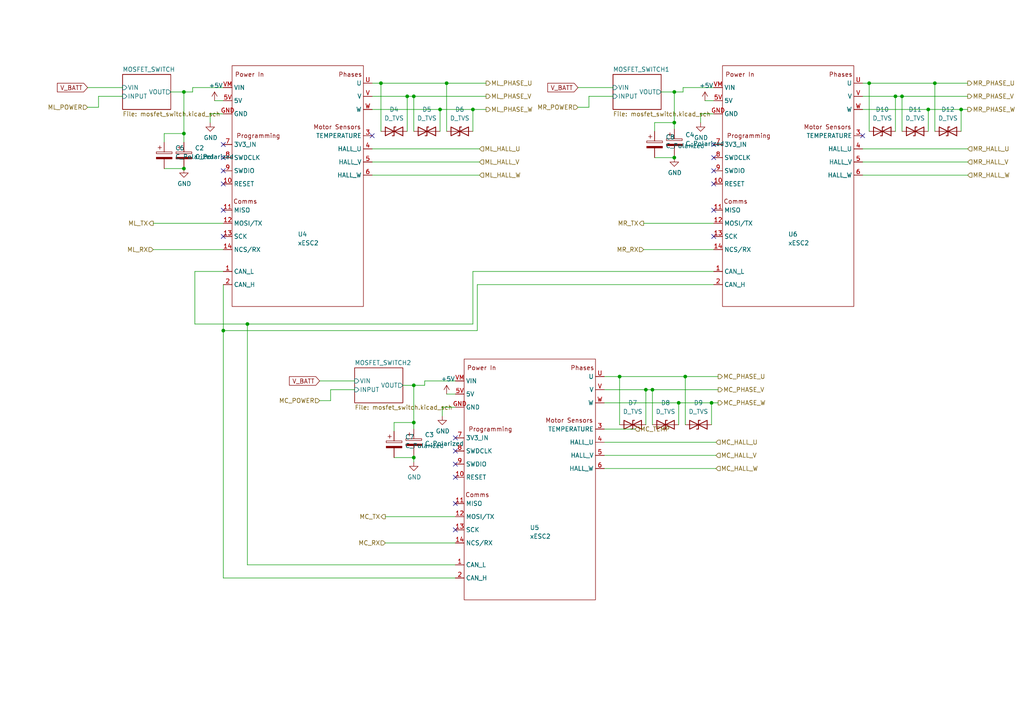
<source format=kicad_sch>
(kicad_sch (version 20211123) (generator eeschema)

  (uuid 7458300a-31ea-4521-9f29-071900a301c4)

  (paper "A4")

  (lib_symbols
    (symbol "Device:C_Polarized" (pin_numbers hide) (pin_names (offset 0.254)) (in_bom yes) (on_board yes)
      (property "Reference" "C" (id 0) (at 0.635 2.54 0)
        (effects (font (size 1.27 1.27)) (justify left))
      )
      (property "Value" "C_Polarized" (id 1) (at 0.635 -2.54 0)
        (effects (font (size 1.27 1.27)) (justify left))
      )
      (property "Footprint" "" (id 2) (at 0.9652 -3.81 0)
        (effects (font (size 1.27 1.27)) hide)
      )
      (property "Datasheet" "~" (id 3) (at 0 0 0)
        (effects (font (size 1.27 1.27)) hide)
      )
      (property "ki_keywords" "cap capacitor" (id 4) (at 0 0 0)
        (effects (font (size 1.27 1.27)) hide)
      )
      (property "ki_description" "Polarized capacitor" (id 5) (at 0 0 0)
        (effects (font (size 1.27 1.27)) hide)
      )
      (property "ki_fp_filters" "CP_*" (id 6) (at 0 0 0)
        (effects (font (size 1.27 1.27)) hide)
      )
      (symbol "C_Polarized_0_1"
        (rectangle (start -2.286 0.508) (end 2.286 1.016)
          (stroke (width 0) (type default) (color 0 0 0 0))
          (fill (type none))
        )
        (polyline
          (pts
            (xy -1.778 2.286)
            (xy -0.762 2.286)
          )
          (stroke (width 0) (type default) (color 0 0 0 0))
          (fill (type none))
        )
        (polyline
          (pts
            (xy -1.27 2.794)
            (xy -1.27 1.778)
          )
          (stroke (width 0) (type default) (color 0 0 0 0))
          (fill (type none))
        )
        (rectangle (start 2.286 -0.508) (end -2.286 -1.016)
          (stroke (width 0) (type default) (color 0 0 0 0))
          (fill (type outline))
        )
      )
      (symbol "C_Polarized_1_1"
        (pin passive line (at 0 3.81 270) (length 2.794)
          (name "~" (effects (font (size 1.27 1.27))))
          (number "1" (effects (font (size 1.27 1.27))))
        )
        (pin passive line (at 0 -3.81 90) (length 2.794)
          (name "~" (effects (font (size 1.27 1.27))))
          (number "2" (effects (font (size 1.27 1.27))))
        )
      )
    )
    (symbol "Device:D_TVS" (pin_numbers hide) (pin_names (offset 1.016) hide) (in_bom yes) (on_board yes)
      (property "Reference" "D" (id 0) (at 0 2.54 0)
        (effects (font (size 1.27 1.27)))
      )
      (property "Value" "D_TVS" (id 1) (at 0 -2.54 0)
        (effects (font (size 1.27 1.27)))
      )
      (property "Footprint" "" (id 2) (at 0 0 0)
        (effects (font (size 1.27 1.27)) hide)
      )
      (property "Datasheet" "~" (id 3) (at 0 0 0)
        (effects (font (size 1.27 1.27)) hide)
      )
      (property "ki_keywords" "diode TVS thyrector" (id 4) (at 0 0 0)
        (effects (font (size 1.27 1.27)) hide)
      )
      (property "ki_description" "Bidirectional transient-voltage-suppression diode" (id 5) (at 0 0 0)
        (effects (font (size 1.27 1.27)) hide)
      )
      (property "ki_fp_filters" "TO-???* *_Diode_* *SingleDiode* D_*" (id 6) (at 0 0 0)
        (effects (font (size 1.27 1.27)) hide)
      )
      (symbol "D_TVS_0_1"
        (polyline
          (pts
            (xy 1.27 0)
            (xy -1.27 0)
          )
          (stroke (width 0) (type default) (color 0 0 0 0))
          (fill (type none))
        )
        (polyline
          (pts
            (xy 0.508 1.27)
            (xy 0 1.27)
            (xy 0 -1.27)
            (xy -0.508 -1.27)
          )
          (stroke (width 0.254) (type default) (color 0 0 0 0))
          (fill (type none))
        )
        (polyline
          (pts
            (xy -2.54 1.27)
            (xy -2.54 -1.27)
            (xy 2.54 1.27)
            (xy 2.54 -1.27)
            (xy -2.54 1.27)
          )
          (stroke (width 0.254) (type default) (color 0 0 0 0))
          (fill (type none))
        )
      )
      (symbol "D_TVS_1_1"
        (pin passive line (at -3.81 0 0) (length 2.54)
          (name "A1" (effects (font (size 1.27 1.27))))
          (number "1" (effects (font (size 1.27 1.27))))
        )
        (pin passive line (at 3.81 0 180) (length 2.54)
          (name "A2" (effects (font (size 1.27 1.27))))
          (number "2" (effects (font (size 1.27 1.27))))
        )
      )
    )
    (symbol "power:+5V" (power) (pin_names (offset 0)) (in_bom yes) (on_board yes)
      (property "Reference" "#PWR" (id 0) (at 0 -3.81 0)
        (effects (font (size 1.27 1.27)) hide)
      )
      (property "Value" "+5V" (id 1) (at 0 3.556 0)
        (effects (font (size 1.27 1.27)))
      )
      (property "Footprint" "" (id 2) (at 0 0 0)
        (effects (font (size 1.27 1.27)) hide)
      )
      (property "Datasheet" "" (id 3) (at 0 0 0)
        (effects (font (size 1.27 1.27)) hide)
      )
      (property "ki_keywords" "power-flag" (id 4) (at 0 0 0)
        (effects (font (size 1.27 1.27)) hide)
      )
      (property "ki_description" "Power symbol creates a global label with name \"+5V\"" (id 5) (at 0 0 0)
        (effects (font (size 1.27 1.27)) hide)
      )
      (symbol "+5V_0_1"
        (polyline
          (pts
            (xy -0.762 1.27)
            (xy 0 2.54)
          )
          (stroke (width 0) (type default) (color 0 0 0 0))
          (fill (type none))
        )
        (polyline
          (pts
            (xy 0 0)
            (xy 0 2.54)
          )
          (stroke (width 0) (type default) (color 0 0 0 0))
          (fill (type none))
        )
        (polyline
          (pts
            (xy 0 2.54)
            (xy 0.762 1.27)
          )
          (stroke (width 0) (type default) (color 0 0 0 0))
          (fill (type none))
        )
      )
      (symbol "+5V_1_1"
        (pin power_in line (at 0 0 90) (length 0) hide
          (name "+5V" (effects (font (size 1.27 1.27))))
          (number "1" (effects (font (size 1.27 1.27))))
        )
      )
    )
    (symbol "power:GND" (power) (pin_names (offset 0)) (in_bom yes) (on_board yes)
      (property "Reference" "#PWR" (id 0) (at 0 -6.35 0)
        (effects (font (size 1.27 1.27)) hide)
      )
      (property "Value" "GND" (id 1) (at 0 -3.81 0)
        (effects (font (size 1.27 1.27)))
      )
      (property "Footprint" "" (id 2) (at 0 0 0)
        (effects (font (size 1.27 1.27)) hide)
      )
      (property "Datasheet" "" (id 3) (at 0 0 0)
        (effects (font (size 1.27 1.27)) hide)
      )
      (property "ki_keywords" "power-flag" (id 4) (at 0 0 0)
        (effects (font (size 1.27 1.27)) hide)
      )
      (property "ki_description" "Power symbol creates a global label with name \"GND\" , ground" (id 5) (at 0 0 0)
        (effects (font (size 1.27 1.27)) hide)
      )
      (symbol "GND_0_1"
        (polyline
          (pts
            (xy 0 0)
            (xy 0 -1.27)
            (xy 1.27 -1.27)
            (xy 0 -2.54)
            (xy -1.27 -1.27)
            (xy 0 -1.27)
          )
          (stroke (width 0) (type default) (color 0 0 0 0))
          (fill (type none))
        )
      )
      (symbol "GND_1_1"
        (pin power_in line (at 0 0 270) (length 0) hide
          (name "GND" (effects (font (size 1.27 1.27))))
          (number "1" (effects (font (size 1.27 1.27))))
        )
      )
    )
    (symbol "xESC2:xESC2" (in_bom yes) (on_board yes)
      (property "Reference" "U" (id 0) (at -2.54 -22.86 0)
        (effects (font (size 1.27 1.27)))
      )
      (property "Value" "xESC2" (id 1) (at -2.54 -25.4 0)
        (effects (font (size 1.27 1.27)))
      )
      (property "Footprint" "" (id 2) (at 0 0 0)
        (effects (font (size 1.27 1.27)) hide)
      )
      (property "Datasheet" "" (id 3) (at 0 0 0)
        (effects (font (size 1.27 1.27)) hide)
      )
      (symbol "xESC2_0_0"
        (text "Comms" (at -17.78 10.16 0)
          (effects (font (size 1.27 1.27)))
        )
        (text "Motor Sensors" (at 8.89 31.75 0)
          (effects (font (size 1.27 1.27)))
        )
        (text "Phases" (at 12.7 46.99 0)
          (effects (font (size 1.27 1.27)))
        )
        (text "Power In" (at -16.51 46.99 0)
          (effects (font (size 1.27 1.27)))
        )
        (text "Programming" (at -13.97 29.21 0)
          (effects (font (size 1.27 1.27)))
        )
      )
      (symbol "xESC2_0_1"
        (rectangle (start -21.59 49.53) (end 16.51 -20.32)
          (stroke (width 0) (type default) (color 0 0 0 0))
          (fill (type none))
        )
      )
      (symbol "xESC2_1_1"
        (pin input line (at -24.13 -10.16 0) (length 2.54)
          (name "CAN_L" (effects (font (size 1.27 1.27))))
          (number "1" (effects (font (size 1.27 1.27))))
        )
        (pin input line (at -24.13 15.24 0) (length 2.54)
          (name "RESET" (effects (font (size 1.27 1.27))))
          (number "10" (effects (font (size 1.27 1.27))))
        )
        (pin input line (at -24.13 7.62 0) (length 2.54)
          (name "MISO" (effects (font (size 1.27 1.27))))
          (number "11" (effects (font (size 1.27 1.27))))
        )
        (pin input line (at -24.13 3.81 0) (length 2.54)
          (name "MOSI/TX" (effects (font (size 1.27 1.27))))
          (number "12" (effects (font (size 1.27 1.27))))
        )
        (pin input line (at -24.13 0 0) (length 2.54)
          (name "SCK" (effects (font (size 1.27 1.27))))
          (number "13" (effects (font (size 1.27 1.27))))
        )
        (pin input line (at -24.13 -3.81 0) (length 2.54)
          (name "NCS/RX" (effects (font (size 1.27 1.27))))
          (number "14" (effects (font (size 1.27 1.27))))
        )
        (pin input line (at -24.13 -13.97 0) (length 2.54)
          (name "CAN_H" (effects (font (size 1.27 1.27))))
          (number "2" (effects (font (size 1.27 1.27))))
        )
        (pin input line (at 19.05 29.21 180) (length 2.54)
          (name "TEMPERATURE" (effects (font (size 1.27 1.27))))
          (number "3" (effects (font (size 1.27 1.27))))
        )
        (pin input line (at 19.05 25.4 180) (length 2.54)
          (name "HALL_U" (effects (font (size 1.27 1.27))))
          (number "4" (effects (font (size 1.27 1.27))))
        )
        (pin input line (at 19.05 21.59 180) (length 2.54)
          (name "HALL_V" (effects (font (size 1.27 1.27))))
          (number "5" (effects (font (size 1.27 1.27))))
        )
        (pin input line (at -24.13 39.37 0) (length 2.54)
          (name "5V" (effects (font (size 1.27 1.27))))
          (number "5V" (effects (font (size 1.27 1.27))))
        )
        (pin input line (at 19.05 17.78 180) (length 2.54)
          (name "HALL_W" (effects (font (size 1.27 1.27))))
          (number "6" (effects (font (size 1.27 1.27))))
        )
        (pin input line (at -24.13 26.67 0) (length 2.54)
          (name "3V3_IN" (effects (font (size 1.27 1.27))))
          (number "7" (effects (font (size 1.27 1.27))))
        )
        (pin input line (at -24.13 22.86 0) (length 2.54)
          (name "SWDCLK" (effects (font (size 1.27 1.27))))
          (number "8" (effects (font (size 1.27 1.27))))
        )
        (pin input line (at -24.13 19.05 0) (length 2.54)
          (name "SWDIO" (effects (font (size 1.27 1.27))))
          (number "9" (effects (font (size 1.27 1.27))))
        )
        (pin input line (at -24.13 35.56 0) (length 2.54)
          (name "GND" (effects (font (size 1.27 1.27))))
          (number "GND" (effects (font (size 1.27 1.27))))
        )
        (pin output line (at 19.05 44.45 180) (length 2.54)
          (name "U" (effects (font (size 1.27 1.27))))
          (number "U" (effects (font (size 1.27 1.27))))
        )
        (pin output line (at 19.05 40.64 180) (length 2.54)
          (name "V" (effects (font (size 1.27 1.27))))
          (number "V" (effects (font (size 1.27 1.27))))
        )
        (pin input line (at -24.13 43.18 0) (length 2.54)
          (name "VIN" (effects (font (size 1.27 1.27))))
          (number "VM" (effects (font (size 1.27 1.27))))
        )
        (pin output line (at 19.05 36.83 180) (length 2.54)
          (name "W" (effects (font (size 1.27 1.27))))
          (number "W" (effects (font (size 1.27 1.27))))
        )
      )
    )
  )

  (junction (at 252.095 24.13) (diameter 0) (color 0 0 0 0)
    (uuid 02b80a6c-9ace-4a3b-9a52-2ec4a2a28789)
  )
  (junction (at 259.715 27.94) (diameter 0) (color 0 0 0 0)
    (uuid 04cdd3c2-f5f3-4db6-89fd-0dc92cdd3275)
  )
  (junction (at 120.015 132.715) (diameter 0) (color 0 0 0 0)
    (uuid 26269e1c-3682-42d9-8b00-aab0e466c9f2)
  )
  (junction (at 129.54 24.13) (diameter 0) (color 0 0 0 0)
    (uuid 2db22596-7756-409b-877c-a2ae72fcb010)
  )
  (junction (at 179.705 109.22) (diameter 0) (color 0 0 0 0)
    (uuid 523a6fcd-67d5-4196-a7df-5c9593267607)
  )
  (junction (at 118.11 27.94) (diameter 0) (color 0 0 0 0)
    (uuid 5727536a-8c6a-4bb0-af83-c22206ca8d67)
  )
  (junction (at 278.765 31.75) (diameter 0) (color 0 0 0 0)
    (uuid 64d357e3-07bf-4408-84d2-ba1cf9a13877)
  )
  (junction (at 53.34 26.67) (diameter 0) (color 0 0 0 0)
    (uuid 7c23b417-aac9-49aa-ae7a-3b812d3daa86)
  )
  (junction (at 127.635 31.75) (diameter 0) (color 0 0 0 0)
    (uuid 8391c159-3c0f-41d2-b069-b583500f9bae)
  )
  (junction (at 195.58 45.72) (diameter 0) (color 0 0 0 0)
    (uuid 8c2c129a-1150-49f7-b462-e632ece95475)
  )
  (junction (at 110.49 24.13) (diameter 0) (color 0 0 0 0)
    (uuid 8e27167b-bfd1-4762-bf73-25e300f92208)
  )
  (junction (at 196.85 116.84) (diameter 0) (color 0 0 0 0)
    (uuid 930957bc-3f23-4859-9f08-004629849aab)
  )
  (junction (at 195.58 26.67) (diameter 0) (color 0 0 0 0)
    (uuid 9969880e-6c96-41d6-b8f3-bf62714a1ae0)
  )
  (junction (at 53.34 38.735) (diameter 0) (color 0 0 0 0)
    (uuid ad560172-d763-4b41-8f68-d720e7a6cd23)
  )
  (junction (at 271.145 24.13) (diameter 0) (color 0 0 0 0)
    (uuid ae6de280-5a91-4648-9145-4fd1200fb03f)
  )
  (junction (at 120.015 27.94) (diameter 0) (color 0 0 0 0)
    (uuid ba05f146-ce56-491f-b141-b40dae51b132)
  )
  (junction (at 120.015 111.76) (diameter 0) (color 0 0 0 0)
    (uuid bc5fa7af-c7c1-4882-9143-9d5d272de9d8)
  )
  (junction (at 195.58 35.56) (diameter 0) (color 0 0 0 0)
    (uuid c065051a-ac57-4639-8b38-472bc260f9bd)
  )
  (junction (at 189.23 113.03) (diameter 0) (color 0 0 0 0)
    (uuid c4e7fb45-a5d1-42be-9ab1-fd2c01e16ac6)
  )
  (junction (at 261.62 27.94) (diameter 0) (color 0 0 0 0)
    (uuid c6e482b1-a163-4ee2-95c0-fbfd4b189022)
  )
  (junction (at 120.015 122.555) (diameter 0) (color 0 0 0 0)
    (uuid c7167e1c-7d43-4f73-8d8e-2d56272c3633)
  )
  (junction (at 137.16 31.75) (diameter 0) (color 0 0 0 0)
    (uuid cfd9f318-341d-4688-a5f7-9f02b76cbe65)
  )
  (junction (at 64.77 95.885) (diameter 0) (color 0 0 0 0)
    (uuid d28bb1ed-8989-4309-b126-76abb3d6ff5f)
  )
  (junction (at 198.755 109.22) (diameter 0) (color 0 0 0 0)
    (uuid dab57940-3bd9-42b9-bb1a-a163857d7fcb)
  )
  (junction (at 187.325 113.03) (diameter 0) (color 0 0 0 0)
    (uuid de223164-21a9-414a-a430-3526afac1df9)
  )
  (junction (at 71.755 93.98) (diameter 0) (color 0 0 0 0)
    (uuid e2057599-aef2-4eba-a315-06279909c473)
  )
  (junction (at 53.34 48.895) (diameter 0) (color 0 0 0 0)
    (uuid e4911b2c-0487-40d2-8b6f-ee43447e918e)
  )
  (junction (at 269.24 31.75) (diameter 0) (color 0 0 0 0)
    (uuid efaa19f5-44cb-4641-9765-d558654b106a)
  )
  (junction (at 206.375 116.84) (diameter 0) (color 0 0 0 0)
    (uuid f8d9fecd-1b32-42cf-a649-0dc94e33a915)
  )

  (no_connect (at 64.77 60.96) (uuid 30f3a57c-4868-4749-90b4-66052466a8de))
  (no_connect (at 64.77 68.58) (uuid 30f3a57c-4868-4749-90b4-66052466a8df))
  (no_connect (at 64.77 41.91) (uuid 30f3a57c-4868-4749-90b4-66052466a8e0))
  (no_connect (at 64.77 45.72) (uuid 30f3a57c-4868-4749-90b4-66052466a8e1))
  (no_connect (at 64.77 49.53) (uuid 30f3a57c-4868-4749-90b4-66052466a8e2))
  (no_connect (at 64.77 53.34) (uuid 30f3a57c-4868-4749-90b4-66052466a8e3))
  (no_connect (at 207.01 68.58) (uuid 30f3a57c-4868-4749-90b4-66052466a8e4))
  (no_connect (at 250.19 39.37) (uuid 30f3a57c-4868-4749-90b4-66052466a8e5))
  (no_connect (at 207.01 41.91) (uuid 30f3a57c-4868-4749-90b4-66052466a8e6))
  (no_connect (at 207.01 60.96) (uuid 30f3a57c-4868-4749-90b4-66052466a8e7))
  (no_connect (at 207.01 49.53) (uuid 30f3a57c-4868-4749-90b4-66052466a8e8))
  (no_connect (at 207.01 53.34) (uuid 30f3a57c-4868-4749-90b4-66052466a8e9))
  (no_connect (at 207.01 45.72) (uuid 30f3a57c-4868-4749-90b4-66052466a8ea))
  (no_connect (at 132.08 138.43) (uuid 30f3a57c-4868-4749-90b4-66052466a8eb))
  (no_connect (at 132.08 127) (uuid 30f3a57c-4868-4749-90b4-66052466a8ec))
  (no_connect (at 132.08 130.81) (uuid 30f3a57c-4868-4749-90b4-66052466a8ed))
  (no_connect (at 132.08 134.62) (uuid 30f3a57c-4868-4749-90b4-66052466a8ee))
  (no_connect (at 107.95 39.37) (uuid 30f3a57c-4868-4749-90b4-66052466a8ef))
  (no_connect (at 132.08 153.67) (uuid 9594e116-3240-4944-bfce-bfc9a9caada1))
  (no_connect (at 132.08 146.05) (uuid 9594e116-3240-4944-bfce-bfc9a9caada2))

  (wire (pts (xy 179.705 109.22) (xy 179.705 123.19))
    (stroke (width 0) (type default) (color 0 0 0 0))
    (uuid 00aba787-14f7-4d39-8092-593cf73aa065)
  )
  (wire (pts (xy 28.575 27.94) (xy 35.56 27.94))
    (stroke (width 0) (type default) (color 0 0 0 0))
    (uuid 023e137a-811d-48d3-9df5-2a0ef6950162)
  )
  (wire (pts (xy 259.715 27.94) (xy 261.62 27.94))
    (stroke (width 0) (type default) (color 0 0 0 0))
    (uuid 04e6071e-3d6b-4d15-8848-09db1191461a)
  )
  (wire (pts (xy 120.015 132.715) (xy 120.015 132.08))
    (stroke (width 0) (type default) (color 0 0 0 0))
    (uuid 064ce5fe-478d-4380-ba2f-fbe32a1caa5e)
  )
  (wire (pts (xy 252.095 24.13) (xy 252.095 38.1))
    (stroke (width 0) (type default) (color 0 0 0 0))
    (uuid 0d28d575-5bc0-4e67-9927-5f218489411b)
  )
  (wire (pts (xy 56.515 78.74) (xy 64.77 78.74))
    (stroke (width 0) (type default) (color 0 0 0 0))
    (uuid 0e103471-3252-4470-9b72-655538d64398)
  )
  (wire (pts (xy 120.015 27.94) (xy 120.015 38.1))
    (stroke (width 0) (type default) (color 0 0 0 0))
    (uuid 107f5d24-9927-407d-9dd4-5d3b6909af9f)
  )
  (wire (pts (xy 55.88 26.67) (xy 53.34 26.67))
    (stroke (width 0) (type default) (color 0 0 0 0))
    (uuid 12ee4246-4cee-4509-b70b-37daa9a22aef)
  )
  (wire (pts (xy 92.71 110.49) (xy 102.87 110.49))
    (stroke (width 0) (type default) (color 0 0 0 0))
    (uuid 149cdd55-4b1d-4d3e-96f5-2a05c25a19bc)
  )
  (wire (pts (xy 138.43 82.55) (xy 207.01 82.55))
    (stroke (width 0) (type default) (color 0 0 0 0))
    (uuid 16fc13ae-4860-4eb8-9c2c-5fa3599ec2ac)
  )
  (wire (pts (xy 250.19 46.99) (xy 280.67 46.99))
    (stroke (width 0) (type default) (color 0 0 0 0))
    (uuid 17c3dfde-42a4-4526-8f18-6060955d9e36)
  )
  (wire (pts (xy 64.77 82.55) (xy 64.77 95.885))
    (stroke (width 0) (type default) (color 0 0 0 0))
    (uuid 19e7b3cb-7a5d-4d63-bad2-5b8578cb1968)
  )
  (wire (pts (xy 179.705 109.22) (xy 198.755 109.22))
    (stroke (width 0) (type default) (color 0 0 0 0))
    (uuid 1b1a7bab-6824-461f-bf26-c15ec8ca1ed5)
  )
  (wire (pts (xy 28.575 27.94) (xy 28.575 31.115))
    (stroke (width 0) (type default) (color 0 0 0 0))
    (uuid 1bd55f90-640f-4eae-932d-2aab3b1297e7)
  )
  (wire (pts (xy 44.45 72.39) (xy 64.77 72.39))
    (stroke (width 0) (type default) (color 0 0 0 0))
    (uuid 1c1da8c0-ea87-45fc-81a9-109631913072)
  )
  (wire (pts (xy 167.64 31.115) (xy 170.815 31.115))
    (stroke (width 0) (type default) (color 0 0 0 0))
    (uuid 1daba546-52bd-4d54-9a49-3e4f61a55e9a)
  )
  (wire (pts (xy 250.19 24.13) (xy 252.095 24.13))
    (stroke (width 0) (type default) (color 0 0 0 0))
    (uuid 20ebdf2a-205f-4771-a010-456daf3b2357)
  )
  (wire (pts (xy 47.625 48.895) (xy 53.34 48.895))
    (stroke (width 0) (type default) (color 0 0 0 0))
    (uuid 211dae04-1efb-4a53-bd4b-e32cff605a88)
  )
  (wire (pts (xy 175.26 135.89) (xy 207.645 135.89))
    (stroke (width 0) (type default) (color 0 0 0 0))
    (uuid 237b79f4-387f-4524-bbf3-5ce7464112f5)
  )
  (wire (pts (xy 187.325 113.03) (xy 189.23 113.03))
    (stroke (width 0) (type default) (color 0 0 0 0))
    (uuid 28723dfa-9b3e-4fed-aa5c-4f14d131bbd2)
  )
  (wire (pts (xy 271.145 24.13) (xy 280.67 24.13))
    (stroke (width 0) (type default) (color 0 0 0 0))
    (uuid 294004d8-599d-4788-9453-029b01dffd4c)
  )
  (wire (pts (xy 53.34 38.735) (xy 53.34 41.275))
    (stroke (width 0) (type default) (color 0 0 0 0))
    (uuid 2db5a480-cc2a-42ad-854a-680821c0a149)
  )
  (wire (pts (xy 128.27 118.11) (xy 128.27 120.65))
    (stroke (width 0) (type default) (color 0 0 0 0))
    (uuid 2f49e673-4bb8-4391-bf8d-cb1431184251)
  )
  (wire (pts (xy 123.19 110.49) (xy 123.19 111.76))
    (stroke (width 0) (type default) (color 0 0 0 0))
    (uuid 31b52d5f-3a04-449d-8377-8a6febaff46a)
  )
  (wire (pts (xy 53.34 26.67) (xy 49.53 26.67))
    (stroke (width 0) (type default) (color 0 0 0 0))
    (uuid 3528e6e9-c36f-4353-b840-c6b8c0deb63a)
  )
  (wire (pts (xy 111.76 149.86) (xy 132.08 149.86))
    (stroke (width 0) (type default) (color 0 0 0 0))
    (uuid 380f524d-cf16-4248-8fc7-e2b14b8ba403)
  )
  (wire (pts (xy 278.765 31.75) (xy 280.67 31.75))
    (stroke (width 0) (type default) (color 0 0 0 0))
    (uuid 3a1c76dc-9187-4d7f-ba57-cf3340b12568)
  )
  (wire (pts (xy 278.765 31.75) (xy 278.765 38.1))
    (stroke (width 0) (type default) (color 0 0 0 0))
    (uuid 40a00081-9b97-45ee-87ca-97539b0aa956)
  )
  (wire (pts (xy 196.85 123.19) (xy 196.85 116.84))
    (stroke (width 0) (type default) (color 0 0 0 0))
    (uuid 41b96f51-e560-44d8-a816-2aa3d02a112e)
  )
  (wire (pts (xy 120.015 133.985) (xy 120.015 132.715))
    (stroke (width 0) (type default) (color 0 0 0 0))
    (uuid 41edd0eb-df5d-4a02-b576-f34dd2a8c165)
  )
  (wire (pts (xy 120.015 27.94) (xy 140.97 27.94))
    (stroke (width 0) (type default) (color 0 0 0 0))
    (uuid 42dcf4c2-601f-4248-9d68-3b40103215d8)
  )
  (wire (pts (xy 95.885 113.03) (xy 95.885 116.205))
    (stroke (width 0) (type default) (color 0 0 0 0))
    (uuid 439b5ddf-0d0d-4195-9a67-bea09184a82e)
  )
  (wire (pts (xy 189.865 35.56) (xy 195.58 35.56))
    (stroke (width 0) (type default) (color 0 0 0 0))
    (uuid 43a4eb10-f4c0-4e60-9dca-f225815bfa96)
  )
  (wire (pts (xy 198.755 109.22) (xy 208.28 109.22))
    (stroke (width 0) (type default) (color 0 0 0 0))
    (uuid 43fa29a5-b94d-4621-8609-4686dce6b5ed)
  )
  (wire (pts (xy 92.71 116.205) (xy 95.885 116.205))
    (stroke (width 0) (type default) (color 0 0 0 0))
    (uuid 44f55d35-cca0-48a0-9ffb-9ffb05430933)
  )
  (wire (pts (xy 195.58 26.67) (xy 191.77 26.67))
    (stroke (width 0) (type default) (color 0 0 0 0))
    (uuid 463cbce8-53bd-484c-bf9b-95c41cd0ac52)
  )
  (wire (pts (xy 132.08 118.11) (xy 128.27 118.11))
    (stroke (width 0) (type default) (color 0 0 0 0))
    (uuid 48f4f280-7a21-4944-a7eb-510d865ecba1)
  )
  (wire (pts (xy 186.69 72.39) (xy 207.01 72.39))
    (stroke (width 0) (type default) (color 0 0 0 0))
    (uuid 4ac33dd7-e4d8-4601-bd4a-6d932ab9942e)
  )
  (wire (pts (xy 71.755 93.98) (xy 56.515 93.98))
    (stroke (width 0) (type default) (color 0 0 0 0))
    (uuid 4b4b8f31-2f8b-4ef8-895a-49e4ab98f864)
  )
  (wire (pts (xy 195.58 26.67) (xy 195.58 35.56))
    (stroke (width 0) (type default) (color 0 0 0 0))
    (uuid 4cacc0bb-d2ae-4f02-8958-dd23651382a5)
  )
  (wire (pts (xy 167.64 25.4) (xy 177.8 25.4))
    (stroke (width 0) (type default) (color 0 0 0 0))
    (uuid 4cb50245-16fc-4156-9a94-8214e215fc75)
  )
  (wire (pts (xy 137.16 31.75) (xy 137.16 38.1))
    (stroke (width 0) (type default) (color 0 0 0 0))
    (uuid 4f2e19fa-f1f2-4689-bf89-bcb67cd63113)
  )
  (wire (pts (xy 129.54 24.13) (xy 140.97 24.13))
    (stroke (width 0) (type default) (color 0 0 0 0))
    (uuid 4ffc0e0c-9347-4d35-9453-dabe6b98a910)
  )
  (wire (pts (xy 175.26 109.22) (xy 179.705 109.22))
    (stroke (width 0) (type default) (color 0 0 0 0))
    (uuid 54823105-3199-4a65-a215-c6a944b47ca7)
  )
  (wire (pts (xy 271.145 24.13) (xy 271.145 38.1))
    (stroke (width 0) (type default) (color 0 0 0 0))
    (uuid 585c8016-217e-45ba-9801-54bb83bf9a94)
  )
  (wire (pts (xy 207.01 78.74) (xy 137.16 78.74))
    (stroke (width 0) (type default) (color 0 0 0 0))
    (uuid 5e6ed5b2-d40d-4627-9cff-599744d4d00b)
  )
  (wire (pts (xy 269.24 31.75) (xy 278.765 31.75))
    (stroke (width 0) (type default) (color 0 0 0 0))
    (uuid 5f862758-151d-49e9-afc9-77e21c12ab2f)
  )
  (wire (pts (xy 261.62 27.94) (xy 280.67 27.94))
    (stroke (width 0) (type default) (color 0 0 0 0))
    (uuid 5f8f5ce1-ca1f-4990-90a5-d8df5fcea750)
  )
  (wire (pts (xy 195.58 45.72) (xy 195.58 45.085))
    (stroke (width 0) (type default) (color 0 0 0 0))
    (uuid 60177015-6b3e-4a40-a9d6-5c97973c38b8)
  )
  (wire (pts (xy 250.19 27.94) (xy 259.715 27.94))
    (stroke (width 0) (type default) (color 0 0 0 0))
    (uuid 6167fb2c-add5-43ed-8a79-a14e5a841ed8)
  )
  (wire (pts (xy 207.01 33.02) (xy 203.2 33.02))
    (stroke (width 0) (type default) (color 0 0 0 0))
    (uuid 6292dc17-8e09-4a40-8867-2efdef3d5932)
  )
  (wire (pts (xy 120.015 111.76) (xy 120.015 122.555))
    (stroke (width 0) (type default) (color 0 0 0 0))
    (uuid 69d39e17-9809-4c4d-81e6-9402aca0cb57)
  )
  (wire (pts (xy 207.01 25.4) (xy 198.12 25.4))
    (stroke (width 0) (type default) (color 0 0 0 0))
    (uuid 71a5da87-6a03-433f-9ba3-1218eb0656cb)
  )
  (wire (pts (xy 110.49 24.13) (xy 129.54 24.13))
    (stroke (width 0) (type default) (color 0 0 0 0))
    (uuid 721bf5ed-d208-4c96-9ac4-79f167b8d3d5)
  )
  (wire (pts (xy 175.26 113.03) (xy 187.325 113.03))
    (stroke (width 0) (type default) (color 0 0 0 0))
    (uuid 72d1ce97-9deb-423a-a672-d9fd4dd942bf)
  )
  (wire (pts (xy 198.12 26.67) (xy 195.58 26.67))
    (stroke (width 0) (type default) (color 0 0 0 0))
    (uuid 74d81b5e-e83f-42a7-910e-412d736e6093)
  )
  (wire (pts (xy 138.43 95.885) (xy 138.43 82.55))
    (stroke (width 0) (type default) (color 0 0 0 0))
    (uuid 75fac10f-5c89-4b81-a12e-ca7658173831)
  )
  (wire (pts (xy 44.45 64.77) (xy 64.77 64.77))
    (stroke (width 0) (type default) (color 0 0 0 0))
    (uuid 7778771b-2575-49bd-9f2e-39bcdb205f89)
  )
  (wire (pts (xy 204.47 29.21) (xy 207.01 29.21))
    (stroke (width 0) (type default) (color 0 0 0 0))
    (uuid 7c811cac-31bb-440f-a367-8b0ae8a3c210)
  )
  (wire (pts (xy 132.08 110.49) (xy 123.19 110.49))
    (stroke (width 0) (type default) (color 0 0 0 0))
    (uuid 7d8bc789-1cde-48b6-9bb4-21ec78493462)
  )
  (wire (pts (xy 25.4 25.4) (xy 35.56 25.4))
    (stroke (width 0) (type default) (color 0 0 0 0))
    (uuid 7fe1dcff-43e0-44fb-a85b-6837f196fa8b)
  )
  (wire (pts (xy 64.77 95.885) (xy 138.43 95.885))
    (stroke (width 0) (type default) (color 0 0 0 0))
    (uuid 7fee7299-a39c-4073-a6e3-abf979ee29d0)
  )
  (wire (pts (xy 25.4 31.115) (xy 28.575 31.115))
    (stroke (width 0) (type default) (color 0 0 0 0))
    (uuid 81d4a9bd-a27f-4eec-8e89-88c48fc9e684)
  )
  (wire (pts (xy 120.015 122.555) (xy 120.015 124.46))
    (stroke (width 0) (type default) (color 0 0 0 0))
    (uuid 8285f481-f9cb-4a8e-85d2-d6e77a25ea96)
  )
  (wire (pts (xy 60.96 33.02) (xy 60.96 35.56))
    (stroke (width 0) (type default) (color 0 0 0 0))
    (uuid 8545d05c-ab81-487f-8b4e-5bc5bb70a098)
  )
  (wire (pts (xy 189.23 113.03) (xy 208.28 113.03))
    (stroke (width 0) (type default) (color 0 0 0 0))
    (uuid 864db87f-a03f-40b6-9e91-1e2365ff832d)
  )
  (wire (pts (xy 189.865 38.1) (xy 189.865 35.56))
    (stroke (width 0) (type default) (color 0 0 0 0))
    (uuid 883ede45-310d-48fc-bac6-84992e22a60e)
  )
  (wire (pts (xy 55.88 25.4) (xy 55.88 26.67))
    (stroke (width 0) (type default) (color 0 0 0 0))
    (uuid 8fdf38b6-ed6b-42cd-bd6b-afcc2cda6c09)
  )
  (wire (pts (xy 198.12 25.4) (xy 198.12 26.67))
    (stroke (width 0) (type default) (color 0 0 0 0))
    (uuid 91472c50-0cd4-438b-8dba-4195405d3d44)
  )
  (wire (pts (xy 269.24 38.1) (xy 269.24 31.75))
    (stroke (width 0) (type default) (color 0 0 0 0))
    (uuid 947143d0-b9da-4137-8256-a8be5602bde2)
  )
  (wire (pts (xy 132.08 163.83) (xy 71.755 163.83))
    (stroke (width 0) (type default) (color 0 0 0 0))
    (uuid 96ac3804-198b-42f1-9cb9-53df45642cd3)
  )
  (wire (pts (xy 62.23 29.21) (xy 64.77 29.21))
    (stroke (width 0) (type default) (color 0 0 0 0))
    (uuid 98fd9370-734e-45ee-9129-2048159d5195)
  )
  (wire (pts (xy 195.58 35.56) (xy 195.58 37.465))
    (stroke (width 0) (type default) (color 0 0 0 0))
    (uuid 99cfafc2-0703-48ef-be26-a76c3344ab6d)
  )
  (wire (pts (xy 118.11 27.94) (xy 118.11 38.1))
    (stroke (width 0) (type default) (color 0 0 0 0))
    (uuid 9abf9322-3607-4937-820e-d95acb318ec8)
  )
  (wire (pts (xy 170.815 27.94) (xy 177.8 27.94))
    (stroke (width 0) (type default) (color 0 0 0 0))
    (uuid 9b8b3122-c2aa-43f2-aca6-3d7ecb5708f4)
  )
  (wire (pts (xy 261.62 27.94) (xy 261.62 38.1))
    (stroke (width 0) (type default) (color 0 0 0 0))
    (uuid 9bc672e5-fbd5-4a90-ac91-ec5ecf0a1e60)
  )
  (wire (pts (xy 64.77 167.64) (xy 132.08 167.64))
    (stroke (width 0) (type default) (color 0 0 0 0))
    (uuid 9cbf0102-7a41-4a6e-8b18-adfa4d3318ab)
  )
  (wire (pts (xy 71.755 163.83) (xy 71.755 93.98))
    (stroke (width 0) (type default) (color 0 0 0 0))
    (uuid 9d2bbadf-b927-4a40-990c-4f7519a59f3a)
  )
  (wire (pts (xy 129.54 24.13) (xy 129.54 38.1))
    (stroke (width 0) (type default) (color 0 0 0 0))
    (uuid a0abdc1c-f88f-4af7-a239-16f0d58c819c)
  )
  (wire (pts (xy 114.3 125.095) (xy 114.3 122.555))
    (stroke (width 0) (type default) (color 0 0 0 0))
    (uuid a16d5848-143c-424d-88a0-fa5c1fcbcb0d)
  )
  (wire (pts (xy 107.95 46.99) (xy 139.065 46.99))
    (stroke (width 0) (type default) (color 0 0 0 0))
    (uuid a364b802-282b-47b7-8aab-53cb77b96dfa)
  )
  (wire (pts (xy 120.015 111.76) (xy 116.84 111.76))
    (stroke (width 0) (type default) (color 0 0 0 0))
    (uuid a543f021-d2e0-4d59-9b17-aa0fb9728a93)
  )
  (wire (pts (xy 137.16 78.74) (xy 137.16 93.98))
    (stroke (width 0) (type default) (color 0 0 0 0))
    (uuid a87b2ea1-fac4-4a43-afc5-ff40b1202ffa)
  )
  (wire (pts (xy 127.635 38.1) (xy 127.635 31.75))
    (stroke (width 0) (type default) (color 0 0 0 0))
    (uuid aae82d49-0652-4599-af63-31784f6ed0a1)
  )
  (wire (pts (xy 114.3 122.555) (xy 120.015 122.555))
    (stroke (width 0) (type default) (color 0 0 0 0))
    (uuid ac40aa7c-5429-4fbe-8716-25b1e49de3ac)
  )
  (wire (pts (xy 175.26 116.84) (xy 196.85 116.84))
    (stroke (width 0) (type default) (color 0 0 0 0))
    (uuid ad4df06f-fc3e-45e9-98d4-7a75452aab20)
  )
  (wire (pts (xy 64.77 25.4) (xy 55.88 25.4))
    (stroke (width 0) (type default) (color 0 0 0 0))
    (uuid afa1503c-30bb-444c-918d-0e0893a5229d)
  )
  (wire (pts (xy 186.69 64.77) (xy 207.01 64.77))
    (stroke (width 0) (type default) (color 0 0 0 0))
    (uuid b19bdaaf-1ca0-477c-b005-b1d3ccf7cb6a)
  )
  (wire (pts (xy 175.26 132.08) (xy 207.645 132.08))
    (stroke (width 0) (type default) (color 0 0 0 0))
    (uuid b22045b5-674b-474f-a5d3-c81e466126bb)
  )
  (wire (pts (xy 250.19 43.18) (xy 280.67 43.18))
    (stroke (width 0) (type default) (color 0 0 0 0))
    (uuid b2339a89-1103-452c-9c7c-18e729d6fb3c)
  )
  (wire (pts (xy 107.95 50.8) (xy 139.065 50.8))
    (stroke (width 0) (type default) (color 0 0 0 0))
    (uuid b536e96e-333a-4039-bd86-3704f00fbc11)
  )
  (wire (pts (xy 187.325 113.03) (xy 187.325 123.19))
    (stroke (width 0) (type default) (color 0 0 0 0))
    (uuid b7120687-7fad-4644-ab12-8462f188f241)
  )
  (wire (pts (xy 53.34 26.67) (xy 53.34 38.735))
    (stroke (width 0) (type default) (color 0 0 0 0))
    (uuid b8fb93ea-2db8-480f-be66-147bc115ae05)
  )
  (wire (pts (xy 47.625 38.735) (xy 53.34 38.735))
    (stroke (width 0) (type default) (color 0 0 0 0))
    (uuid bc96fbe6-9212-4a44-9581-e4adee04590d)
  )
  (wire (pts (xy 189.865 45.72) (xy 195.58 45.72))
    (stroke (width 0) (type default) (color 0 0 0 0))
    (uuid bf920375-6802-4a8e-aa2c-573c8cd0d066)
  )
  (wire (pts (xy 111.76 157.48) (xy 132.08 157.48))
    (stroke (width 0) (type default) (color 0 0 0 0))
    (uuid c47e524c-a701-411a-a18f-af9184b98467)
  )
  (wire (pts (xy 250.19 31.75) (xy 269.24 31.75))
    (stroke (width 0) (type default) (color 0 0 0 0))
    (uuid c4b2ad8c-3849-47ac-860b-ea1bd8437a4e)
  )
  (wire (pts (xy 252.095 24.13) (xy 271.145 24.13))
    (stroke (width 0) (type default) (color 0 0 0 0))
    (uuid c86faff5-acf2-4ea3-bade-edb430bd7b9f)
  )
  (wire (pts (xy 206.375 116.84) (xy 206.375 123.19))
    (stroke (width 0) (type default) (color 0 0 0 0))
    (uuid c919c225-7880-4e32-ac69-d537c269db4f)
  )
  (wire (pts (xy 107.95 24.13) (xy 110.49 24.13))
    (stroke (width 0) (type default) (color 0 0 0 0))
    (uuid ca5c1bd9-0245-415a-8764-b77d712230f6)
  )
  (wire (pts (xy 206.375 116.84) (xy 208.28 116.84))
    (stroke (width 0) (type default) (color 0 0 0 0))
    (uuid cf4f77eb-c994-4b87-81d6-144a483189cc)
  )
  (wire (pts (xy 259.715 27.94) (xy 259.715 38.1))
    (stroke (width 0) (type default) (color 0 0 0 0))
    (uuid d2468d57-d43f-4e6d-8441-67b6bc660c99)
  )
  (wire (pts (xy 123.19 111.76) (xy 120.015 111.76))
    (stroke (width 0) (type default) (color 0 0 0 0))
    (uuid d2af0c42-18f3-4aff-83f6-2459c3f8a7a2)
  )
  (wire (pts (xy 170.815 27.94) (xy 170.815 31.115))
    (stroke (width 0) (type default) (color 0 0 0 0))
    (uuid d7bab771-4677-4500-9c78-217f9834d735)
  )
  (wire (pts (xy 127.635 31.75) (xy 137.16 31.75))
    (stroke (width 0) (type default) (color 0 0 0 0))
    (uuid d9428ba8-61ed-446b-8b4b-fa1c8f46fc2e)
  )
  (wire (pts (xy 198.755 109.22) (xy 198.755 123.19))
    (stroke (width 0) (type default) (color 0 0 0 0))
    (uuid dace78b4-a0c3-4c38-b70d-a506e3c6e2a7)
  )
  (wire (pts (xy 203.2 33.02) (xy 203.2 35.56))
    (stroke (width 0) (type default) (color 0 0 0 0))
    (uuid de2768d9-42d3-41be-8cf1-58c85c37584f)
  )
  (wire (pts (xy 129.54 114.3) (xy 132.08 114.3))
    (stroke (width 0) (type default) (color 0 0 0 0))
    (uuid e187d070-7c2f-4206-9463-34df8a50a38d)
  )
  (wire (pts (xy 110.49 24.13) (xy 110.49 38.1))
    (stroke (width 0) (type default) (color 0 0 0 0))
    (uuid e4f8ceba-07e6-456d-b52b-40b0e368da64)
  )
  (wire (pts (xy 137.16 31.75) (xy 140.97 31.75))
    (stroke (width 0) (type default) (color 0 0 0 0))
    (uuid e5732a90-7446-4a2b-afb4-0f17831210f3)
  )
  (wire (pts (xy 95.885 113.03) (xy 102.87 113.03))
    (stroke (width 0) (type default) (color 0 0 0 0))
    (uuid e80d9394-ddf4-4b71-b496-fa01098d24fa)
  )
  (wire (pts (xy 175.26 128.27) (xy 207.645 128.27))
    (stroke (width 0) (type default) (color 0 0 0 0))
    (uuid eb6e9d42-4b2f-49ac-bb63-16cc1aec89a8)
  )
  (wire (pts (xy 107.95 31.75) (xy 127.635 31.75))
    (stroke (width 0) (type default) (color 0 0 0 0))
    (uuid ec70fddf-0c30-42a6-a706-4e33c547af27)
  )
  (wire (pts (xy 118.11 27.94) (xy 120.015 27.94))
    (stroke (width 0) (type default) (color 0 0 0 0))
    (uuid ed6a7995-c5b4-46cf-b3b3-ce6f24c5c605)
  )
  (wire (pts (xy 107.95 43.18) (xy 139.065 43.18))
    (stroke (width 0) (type default) (color 0 0 0 0))
    (uuid eeaea036-b221-42d1-b577-3506681a2bf4)
  )
  (wire (pts (xy 47.625 41.275) (xy 47.625 38.735))
    (stroke (width 0) (type default) (color 0 0 0 0))
    (uuid ef36603c-29f9-4240-bfe7-298f05a015ad)
  )
  (wire (pts (xy 189.23 113.03) (xy 189.23 123.19))
    (stroke (width 0) (type default) (color 0 0 0 0))
    (uuid f3f23ec4-64f2-4208-87c2-262219cae425)
  )
  (wire (pts (xy 137.16 93.98) (xy 71.755 93.98))
    (stroke (width 0) (type default) (color 0 0 0 0))
    (uuid f4b29589-9eb2-449c-8c86-4b2ec7a4a9b4)
  )
  (wire (pts (xy 175.26 124.46) (xy 184.15 124.46))
    (stroke (width 0) (type default) (color 0 0 0 0))
    (uuid f963a888-1d4c-46ff-bb02-851e77a3c952)
  )
  (wire (pts (xy 64.77 33.02) (xy 60.96 33.02))
    (stroke (width 0) (type default) (color 0 0 0 0))
    (uuid f97f4590-f42d-4cf0-bd28-17fb8b78d831)
  )
  (wire (pts (xy 250.19 50.8) (xy 280.67 50.8))
    (stroke (width 0) (type default) (color 0 0 0 0))
    (uuid fa7bec55-4cf4-4121-bad0-264db3eb709b)
  )
  (wire (pts (xy 196.85 116.84) (xy 206.375 116.84))
    (stroke (width 0) (type default) (color 0 0 0 0))
    (uuid fad7b237-6291-40b9-923b-726d2d08fb8c)
  )
  (wire (pts (xy 56.515 93.98) (xy 56.515 78.74))
    (stroke (width 0) (type default) (color 0 0 0 0))
    (uuid fb2e3c0d-f10d-400f-a400-811b841fef72)
  )
  (wire (pts (xy 114.3 132.715) (xy 120.015 132.715))
    (stroke (width 0) (type default) (color 0 0 0 0))
    (uuid fcafa10f-be0f-4b4e-9e22-e62eee8ff9de)
  )
  (wire (pts (xy 64.77 95.885) (xy 64.77 167.64))
    (stroke (width 0) (type default) (color 0 0 0 0))
    (uuid fce289a0-6aae-41cc-9081-51c9aa444ce1)
  )
  (wire (pts (xy 107.95 27.94) (xy 118.11 27.94))
    (stroke (width 0) (type default) (color 0 0 0 0))
    (uuid fe9e303b-d6cc-4001-aef1-7c8b52ff5988)
  )

  (global_label "V_BATT" (shape input) (at 25.4 25.4 180) (fields_autoplaced)
    (effects (font (size 1.27 1.27)) (justify right))
    (uuid 1a93d926-eb63-448c-90c3-22467eabcb77)
    (property "Intersheet References" "${INTERSHEET_REFS}" (id 0) (at 16.7258 25.4794 0)
      (effects (font (size 1.27 1.27)) (justify right) hide)
    )
  )
  (global_label "V_BATT" (shape input) (at 167.64 25.4 180) (fields_autoplaced)
    (effects (font (size 1.27 1.27)) (justify right))
    (uuid 3a8275e9-15e2-4925-a96f-2109be457100)
    (property "Intersheet References" "${INTERSHEET_REFS}" (id 0) (at 158.9658 25.4794 0)
      (effects (font (size 1.27 1.27)) (justify right) hide)
    )
  )
  (global_label "V_BATT" (shape input) (at 92.71 110.49 180) (fields_autoplaced)
    (effects (font (size 1.27 1.27)) (justify right))
    (uuid 470c22fe-6f91-4916-9377-224bccd82858)
    (property "Intersheet References" "${INTERSHEET_REFS}" (id 0) (at 84.0358 110.5694 0)
      (effects (font (size 1.27 1.27)) (justify right) hide)
    )
  )

  (hierarchical_label "MC_HALL_W" (shape input) (at 207.645 135.89 0)
    (effects (font (size 1.27 1.27)) (justify left))
    (uuid 11334943-10af-492a-b388-ddc0227b625b)
  )
  (hierarchical_label "MC_PHASE_U" (shape output) (at 208.28 109.22 0)
    (effects (font (size 1.27 1.27)) (justify left))
    (uuid 1589bb3c-33ca-48b3-8be4-dc56e98436ae)
  )
  (hierarchical_label "MR_HALL_U" (shape input) (at 280.67 43.18 0)
    (effects (font (size 1.27 1.27)) (justify left))
    (uuid 1adecd7f-21f1-4e2f-ad60-c08d254ac797)
  )
  (hierarchical_label "MC_HALL_U" (shape input) (at 207.645 128.27 0)
    (effects (font (size 1.27 1.27)) (justify left))
    (uuid 258e9d74-dd91-4de1-bbba-155966ad4062)
  )
  (hierarchical_label "ML_PHASE_V" (shape output) (at 140.97 27.94 0)
    (effects (font (size 1.27 1.27)) (justify left))
    (uuid 26ce9df9-8890-4599-9065-e6de8c759f94)
  )
  (hierarchical_label "ML_POWER" (shape input) (at 25.4 31.115 180)
    (effects (font (size 1.27 1.27)) (justify right))
    (uuid 27234da7-3800-42ff-9388-7677bb018e8a)
  )
  (hierarchical_label "MC_HALL_V" (shape input) (at 207.645 132.08 0)
    (effects (font (size 1.27 1.27)) (justify left))
    (uuid 29d002ab-d874-447b-9f1f-5bb46700c201)
  )
  (hierarchical_label "ML_PHASE_U" (shape output) (at 140.97 24.13 0)
    (effects (font (size 1.27 1.27)) (justify left))
    (uuid 32d6b6e4-8417-4e4e-bef6-c7f251c9721b)
  )
  (hierarchical_label "ML_HALL_W" (shape input) (at 139.065 50.8 0)
    (effects (font (size 1.27 1.27)) (justify left))
    (uuid 3385d8b0-db06-4488-9f0f-744d33f80055)
  )
  (hierarchical_label "ML_PHASE_W" (shape output) (at 140.97 31.75 0)
    (effects (font (size 1.27 1.27)) (justify left))
    (uuid 34061d23-5e30-4b23-805c-099bd1535045)
  )
  (hierarchical_label "MC_TX" (shape output) (at 111.76 149.86 180)
    (effects (font (size 1.27 1.27)) (justify right))
    (uuid 3a77ea18-2d5f-4cf2-8f2d-38383a7832b3)
  )
  (hierarchical_label "MC_TEMP" (shape input) (at 184.15 124.46 0)
    (effects (font (size 1.27 1.27)) (justify left))
    (uuid 3f24d0f0-0cce-4b8d-a216-4325ceecf38a)
  )
  (hierarchical_label "MR_TX" (shape output) (at 186.69 64.77 180)
    (effects (font (size 1.27 1.27)) (justify right))
    (uuid 5476c776-bdce-4af5-bb16-518bfc0b960c)
  )
  (hierarchical_label "ML_HALL_V" (shape input) (at 139.065 46.99 0)
    (effects (font (size 1.27 1.27)) (justify left))
    (uuid 54ba7444-07ee-463d-9505-d166c0e85cca)
  )
  (hierarchical_label "MR_POWER" (shape input) (at 167.64 31.115 180)
    (effects (font (size 1.27 1.27)) (justify right))
    (uuid 55e4bc56-c156-483b-84f8-9332fe03433e)
  )
  (hierarchical_label "MR_PHASE_V" (shape output) (at 280.67 27.94 0)
    (effects (font (size 1.27 1.27)) (justify left))
    (uuid 571b44a6-e8bf-498f-b6cb-e9b61f4a176c)
  )
  (hierarchical_label "ML_TX" (shape output) (at 44.45 64.77 180)
    (effects (font (size 1.27 1.27)) (justify right))
    (uuid 6216a03b-339f-4230-95db-f03d10f09c27)
  )
  (hierarchical_label "MC_POWER" (shape input) (at 92.71 116.205 180)
    (effects (font (size 1.27 1.27)) (justify right))
    (uuid 665eaec9-43b8-4512-846c-f4bed0a5c888)
  )
  (hierarchical_label "ML_HALL_U" (shape input) (at 139.065 43.18 0)
    (effects (font (size 1.27 1.27)) (justify left))
    (uuid 7184729f-faff-4d0e-9174-6ab39e9aafd9)
  )
  (hierarchical_label "MC_PHASE_W" (shape output) (at 208.28 116.84 0)
    (effects (font (size 1.27 1.27)) (justify left))
    (uuid 7834ef35-d998-4afc-80af-da73ce560168)
  )
  (hierarchical_label "ML_RX" (shape input) (at 44.45 72.39 180)
    (effects (font (size 1.27 1.27)) (justify right))
    (uuid 8593a5d9-2a1c-4735-8181-ddcbdddd2593)
  )
  (hierarchical_label "MC_PHASE_V" (shape output) (at 208.28 113.03 0)
    (effects (font (size 1.27 1.27)) (justify left))
    (uuid 8dd724aa-4558-4b4c-bf2b-e2e8dbcc55d9)
  )
  (hierarchical_label "MR_RX" (shape input) (at 186.69 72.39 180)
    (effects (font (size 1.27 1.27)) (justify right))
    (uuid 92ace147-4cbb-49c5-bfbf-e785ae303fd5)
  )
  (hierarchical_label "MR_HALL_V" (shape input) (at 280.67 46.99 0)
    (effects (font (size 1.27 1.27)) (justify left))
    (uuid 936d767c-c7e1-44e0-83fd-601a0b7ed99b)
  )
  (hierarchical_label "MR_PHASE_W" (shape output) (at 280.67 31.75 0)
    (effects (font (size 1.27 1.27)) (justify left))
    (uuid ad315a89-d6be-476b-82ba-841ce3f82fd3)
  )
  (hierarchical_label "MR_PHASE_U" (shape output) (at 280.67 24.13 0)
    (effects (font (size 1.27 1.27)) (justify left))
    (uuid ceba0e06-fc88-4bcd-a8a4-90bbf4575a37)
  )
  (hierarchical_label "MC_RX" (shape input) (at 111.76 157.48 180)
    (effects (font (size 1.27 1.27)) (justify right))
    (uuid e2cdd652-bc0d-47a7-9d36-67a6e16dce01)
  )
  (hierarchical_label "MR_HALL_W" (shape input) (at 280.67 50.8 0)
    (effects (font (size 1.27 1.27)) (justify left))
    (uuid f7a2ba18-d33f-4343-accd-7e5f97326072)
  )

  (symbol (lib_id "Device:D_TVS") (at 265.43 38.1 180) (unit 1)
    (in_bom yes) (on_board yes) (fields_autoplaced)
    (uuid 20b8b1d3-3d67-4311-99ca-ce5363c0cad0)
    (property "Reference" "D11" (id 0) (at 265.43 31.75 0))
    (property "Value" "D_TVS" (id 1) (at 265.43 34.29 0))
    (property "Footprint" "Diode_SMD:D_SMB" (id 2) (at 265.43 38.1 0)
      (effects (font (size 1.27 1.27)) hide)
    )
    (property "Datasheet" "~" (id 3) (at 265.43 38.1 0)
      (effects (font (size 1.27 1.27)) hide)
    )
    (pin "1" (uuid a4a2146a-e8cd-4ce6-9d81-0a5a4cdb527b))
    (pin "2" (uuid e4682823-385a-4172-a75b-11d643207193))
  )

  (symbol (lib_id "Device:D_TVS") (at 255.905 38.1 180) (unit 1)
    (in_bom yes) (on_board yes) (fields_autoplaced)
    (uuid 2bebeb4d-3b78-44b1-9d84-649cd389bb68)
    (property "Reference" "D10" (id 0) (at 255.905 31.75 0))
    (property "Value" "D_TVS" (id 1) (at 255.905 34.29 0))
    (property "Footprint" "Diode_SMD:D_SMB" (id 2) (at 255.905 38.1 0)
      (effects (font (size 1.27 1.27)) hide)
    )
    (property "Datasheet" "~" (id 3) (at 255.905 38.1 0)
      (effects (font (size 1.27 1.27)) hide)
    )
    (pin "1" (uuid 43c5cae4-12c2-455f-bffb-b1125b221476))
    (pin "2" (uuid 62c4205e-d238-417e-a91b-1a2342208f4f))
  )

  (symbol (lib_id "power:+5V") (at 129.54 114.3 0) (unit 1)
    (in_bom yes) (on_board yes)
    (uuid 30c80530-ccfb-43d7-81d0-9f3c2ae64546)
    (property "Reference" "#PWR0132" (id 0) (at 129.54 118.11 0)
      (effects (font (size 1.27 1.27)) hide)
    )
    (property "Value" "+5V" (id 1) (at 129.921 109.9058 0))
    (property "Footprint" "" (id 2) (at 129.54 114.3 0)
      (effects (font (size 1.27 1.27)) hide)
    )
    (property "Datasheet" "" (id 3) (at 129.54 114.3 0)
      (effects (font (size 1.27 1.27)) hide)
    )
    (pin "1" (uuid 2eeb184c-553e-4c64-a629-359462b90c76))
  )

  (symbol (lib_id "power:+5V") (at 204.47 29.21 0) (unit 1)
    (in_bom yes) (on_board yes)
    (uuid 356a0cae-24c4-4619-a37e-17b0e94ac20b)
    (property "Reference" "#PWR0128" (id 0) (at 204.47 33.02 0)
      (effects (font (size 1.27 1.27)) hide)
    )
    (property "Value" "+5V" (id 1) (at 204.851 24.8158 0))
    (property "Footprint" "" (id 2) (at 204.47 29.21 0)
      (effects (font (size 1.27 1.27)) hide)
    )
    (property "Datasheet" "" (id 3) (at 204.47 29.21 0)
      (effects (font (size 1.27 1.27)) hide)
    )
    (pin "1" (uuid a70462ad-ad99-48dd-9a31-f96bed995025))
  )

  (symbol (lib_id "power:GND") (at 195.58 45.72 0) (unit 1)
    (in_bom yes) (on_board yes)
    (uuid 369e96f6-93ab-469d-9300-29cf92f5f4a5)
    (property "Reference" "#PWR0163" (id 0) (at 195.58 52.07 0)
      (effects (font (size 1.27 1.27)) hide)
    )
    (property "Value" "GND" (id 1) (at 195.707 50.1142 0))
    (property "Footprint" "" (id 2) (at 195.58 45.72 0)
      (effects (font (size 1.27 1.27)) hide)
    )
    (property "Datasheet" "" (id 3) (at 195.58 45.72 0)
      (effects (font (size 1.27 1.27)) hide)
    )
    (pin "1" (uuid 7459deac-67cf-4aae-b495-709f234416c6))
  )

  (symbol (lib_id "Device:D_TVS") (at 133.35 38.1 180) (unit 1)
    (in_bom yes) (on_board yes) (fields_autoplaced)
    (uuid 37a9969b-e03a-4c0a-94f9-c1bfb2bcb429)
    (property "Reference" "D6" (id 0) (at 133.35 31.75 0))
    (property "Value" "D_TVS" (id 1) (at 133.35 34.29 0))
    (property "Footprint" "Diode_SMD:D_SMB" (id 2) (at 133.35 38.1 0)
      (effects (font (size 1.27 1.27)) hide)
    )
    (property "Datasheet" "~" (id 3) (at 133.35 38.1 0)
      (effects (font (size 1.27 1.27)) hide)
    )
    (pin "1" (uuid 1d9e8d6b-55fa-41e6-821e-5363876bb29e))
    (pin "2" (uuid 6727cb9c-cdb2-44cd-bceb-24805254803a))
  )

  (symbol (lib_id "Device:C_Polarized") (at 189.865 41.91 0) (unit 1)
    (in_bom yes) (on_board yes) (fields_autoplaced)
    (uuid 40805699-f33c-40d4-b221-576bb2526f54)
    (property "Reference" "C8" (id 0) (at 193.04 39.7509 0)
      (effects (font (size 1.27 1.27)) (justify left))
    )
    (property "Value" "C_Polarized" (id 1) (at 193.04 42.2909 0)
      (effects (font (size 1.27 1.27)) (justify left))
    )
    (property "Footprint" "Capacitor_THT:CP_Radial_D10.0mm_P5.00mm" (id 2) (at 190.8302 45.72 0)
      (effects (font (size 1.27 1.27)) hide)
    )
    (property "Datasheet" "~" (id 3) (at 189.865 41.91 0)
      (effects (font (size 1.27 1.27)) hide)
    )
    (pin "1" (uuid 11a14fe5-80b8-4933-944f-fcd49421ba5d))
    (pin "2" (uuid 49b14e70-7a51-466e-b654-bb057f639389))
  )

  (symbol (lib_id "xESC2:xESC2") (at 231.14 68.58 0) (unit 1)
    (in_bom yes) (on_board yes)
    (uuid 4ae9f24f-14f5-44b2-adea-34c5fbb1c970)
    (property "Reference" "U6" (id 0) (at 228.6 67.9449 0)
      (effects (font (size 1.27 1.27)) (justify left))
    )
    (property "Value" "xESC2" (id 1) (at 228.6 70.4849 0)
      (effects (font (size 1.27 1.27)) (justify left))
    )
    (property "Footprint" "xESC2:xESC2" (id 2) (at 231.14 68.58 0)
      (effects (font (size 1.27 1.27)) hide)
    )
    (property "Datasheet" "" (id 3) (at 231.14 68.58 0)
      (effects (font (size 1.27 1.27)) hide)
    )
    (pin "1" (uuid 65e9df73-dbdf-43cb-8eb3-0af209c7cf66))
    (pin "10" (uuid 21cff293-4faa-4a2e-a934-ffe2377cbe02))
    (pin "11" (uuid 253705f7-f405-4fb1-8e34-9b102c873fbb))
    (pin "12" (uuid 3cb44d4c-88f1-407f-bf13-e01570eb6e9c))
    (pin "13" (uuid 9ec7d4ab-ce1f-4e86-8caf-8bb3fc1d638d))
    (pin "14" (uuid b9d9aa5e-d0b2-4dfa-9c1d-a44b25b99bf1))
    (pin "2" (uuid 4b01bd5c-2a4a-4f8f-b647-a602440786b9))
    (pin "3" (uuid da60b348-3ead-4d1d-b84a-182872eee9da))
    (pin "4" (uuid 3dfc0e93-f29a-4cce-b486-4e87f140a448))
    (pin "5" (uuid 918fea70-729a-493f-9997-369c9d7027e8))
    (pin "5V" (uuid 6d87b2c8-df6c-43ff-8f9e-a886b9dbc6de))
    (pin "6" (uuid 8946bb1c-9dc4-49b6-8fe7-7907f22c5012))
    (pin "7" (uuid 1696bf52-b263-4b21-9519-aefb65dbded9))
    (pin "8" (uuid 2a6a1d76-23fa-4d1a-8a65-ab9116b7491d))
    (pin "9" (uuid 151b5299-c06c-4dfc-a7c4-0c8a0c0f57cd))
    (pin "GND" (uuid cd311e52-aec3-49b9-8d55-0b8a70952768))
    (pin "U" (uuid a42f1dc9-710d-4d03-a467-ddb09f478784))
    (pin "V" (uuid 9b9a174a-878b-46b5-ab9e-bbd99c5359e2))
    (pin "VM" (uuid 635c98f7-972a-451a-b18c-b823bf62ccd3))
    (pin "W" (uuid 4e60ff4a-fcb8-4324-a8e5-77fa7b8a3001))
  )

  (symbol (lib_id "Device:D_TVS") (at 114.3 38.1 180) (unit 1)
    (in_bom yes) (on_board yes) (fields_autoplaced)
    (uuid 4ebdc7ab-25b0-4467-9229-087b84fdf66f)
    (property "Reference" "D4" (id 0) (at 114.3 31.75 0))
    (property "Value" "D_TVS" (id 1) (at 114.3 34.29 0))
    (property "Footprint" "Diode_SMD:D_SMB" (id 2) (at 114.3 38.1 0)
      (effects (font (size 1.27 1.27)) hide)
    )
    (property "Datasheet" "~" (id 3) (at 114.3 38.1 0)
      (effects (font (size 1.27 1.27)) hide)
    )
    (pin "1" (uuid b524b766-ec76-415a-87d2-d96d819b767d))
    (pin "2" (uuid 01bc05c2-1086-420f-a1fd-3f67f0b2a35a))
  )

  (symbol (lib_id "Device:D_TVS") (at 123.825 38.1 180) (unit 1)
    (in_bom yes) (on_board yes) (fields_autoplaced)
    (uuid 55b8a13b-6894-4208-a000-86cbaab261aa)
    (property "Reference" "D5" (id 0) (at 123.825 31.75 0))
    (property "Value" "D_TVS" (id 1) (at 123.825 34.29 0))
    (property "Footprint" "Diode_SMD:D_SMB" (id 2) (at 123.825 38.1 0)
      (effects (font (size 1.27 1.27)) hide)
    )
    (property "Datasheet" "~" (id 3) (at 123.825 38.1 0)
      (effects (font (size 1.27 1.27)) hide)
    )
    (pin "1" (uuid e8554b64-2100-460e-9f82-56721f538762))
    (pin "2" (uuid b21385ac-3875-4c03-ba80-b03d7cbff95a))
  )

  (symbol (lib_id "Device:D_TVS") (at 183.515 123.19 180) (unit 1)
    (in_bom yes) (on_board yes) (fields_autoplaced)
    (uuid 56203402-79b1-40a1-97ad-4c42312e0916)
    (property "Reference" "D7" (id 0) (at 183.515 116.84 0))
    (property "Value" "D_TVS" (id 1) (at 183.515 119.38 0))
    (property "Footprint" "Diode_SMD:D_SMB" (id 2) (at 183.515 123.19 0)
      (effects (font (size 1.27 1.27)) hide)
    )
    (property "Datasheet" "~" (id 3) (at 183.515 123.19 0)
      (effects (font (size 1.27 1.27)) hide)
    )
    (pin "1" (uuid eac0966b-248f-458a-98d9-ec9107f5bdc2))
    (pin "2" (uuid 1d9c4ee6-5e84-44e4-b0f4-cb5b64f47ace))
  )

  (symbol (lib_id "xESC2:xESC2") (at 88.9 68.58 0) (unit 1)
    (in_bom yes) (on_board yes)
    (uuid 64235bdc-37a2-45ba-b59c-7dc647b9b356)
    (property "Reference" "U4" (id 0) (at 86.36 67.9449 0)
      (effects (font (size 1.27 1.27)) (justify left))
    )
    (property "Value" "xESC2" (id 1) (at 86.36 70.4849 0)
      (effects (font (size 1.27 1.27)) (justify left))
    )
    (property "Footprint" "xESC2:xESC2" (id 2) (at 88.9 68.58 0)
      (effects (font (size 1.27 1.27)) hide)
    )
    (property "Datasheet" "" (id 3) (at 88.9 68.58 0)
      (effects (font (size 1.27 1.27)) hide)
    )
    (pin "1" (uuid 3cf85c21-3e26-470c-b318-d106a20be43f))
    (pin "10" (uuid 5c42a15c-3ebb-4d85-b301-e89a4702bcee))
    (pin "11" (uuid 3a45557e-6695-4f20-8577-d70397a84c02))
    (pin "12" (uuid 20b1e5f5-ecf6-4fee-99fd-1397475d5ad9))
    (pin "13" (uuid 4aabd9b5-87b6-4894-8d87-eae287dc3d9a))
    (pin "14" (uuid b22b3140-3631-49a3-ab3e-d1804b0e356f))
    (pin "2" (uuid 084e17ab-4a3f-4671-9ba9-4f63297eb1d8))
    (pin "3" (uuid f5f5db85-8079-4861-b87e-812016f90e0e))
    (pin "4" (uuid 791f0c32-7fe2-41f1-a9a8-e771918a0b77))
    (pin "5" (uuid 6caf55d2-3067-4277-bafc-d2adcf812de4))
    (pin "5V" (uuid 8e4cfe89-1def-4983-b212-6ad958fdf2e7))
    (pin "6" (uuid c91ff8b5-7a90-43c4-88a0-e9c0715bbba7))
    (pin "7" (uuid 705c6549-d59b-4662-9240-ca9409a1fae5))
    (pin "8" (uuid b60bc03f-872c-4b61-8035-a75b5d626886))
    (pin "9" (uuid 32d0026f-b675-4c73-9c5d-0cccfab4cbd2))
    (pin "GND" (uuid 110e88b1-1025-4cd3-b8ef-ee7533c4a30a))
    (pin "U" (uuid a10ea5f7-339c-40e1-991b-1956272036a7))
    (pin "V" (uuid d75798c6-cd99-4189-bffe-78b74bbb401a))
    (pin "VM" (uuid 559faf09-e785-4335-8182-53b648f8223a))
    (pin "W" (uuid 5e0fbb12-eea5-4344-b50d-05234f1bd021))
  )

  (symbol (lib_id "xESC2:xESC2") (at 156.21 153.67 0) (unit 1)
    (in_bom yes) (on_board yes)
    (uuid 8a2019b7-160a-4ef5-b744-4498f9f5d57b)
    (property "Reference" "U5" (id 0) (at 153.67 153.0349 0)
      (effects (font (size 1.27 1.27)) (justify left))
    )
    (property "Value" "xESC2" (id 1) (at 153.67 155.5749 0)
      (effects (font (size 1.27 1.27)) (justify left))
    )
    (property "Footprint" "xESC2:xESC2" (id 2) (at 156.21 153.67 0)
      (effects (font (size 1.27 1.27)) hide)
    )
    (property "Datasheet" "" (id 3) (at 156.21 153.67 0)
      (effects (font (size 1.27 1.27)) hide)
    )
    (pin "1" (uuid bedc89e7-facb-4be4-9adc-29cfcc2ab1d2))
    (pin "10" (uuid f9c1a3b2-36af-4757-9294-40c39536f7f9))
    (pin "11" (uuid fedbb8ca-f126-4128-a73e-caf21fb124dd))
    (pin "12" (uuid 9d30a9e0-e4a5-4278-88f6-1908dd327463))
    (pin "13" (uuid 97b8c492-14e1-4b98-9d26-bed0f384d3d8))
    (pin "14" (uuid a0571087-2fb3-470a-908c-9b5f94c4da46))
    (pin "2" (uuid cddfe747-0790-4f9d-998d-3242d82b4930))
    (pin "3" (uuid b823a469-c1bc-49dc-9cde-9f04f1475f51))
    (pin "4" (uuid aca60b81-60ee-463d-a59d-b966683cd982))
    (pin "5" (uuid add507db-44db-4635-a7f5-9e2358cf9ebc))
    (pin "5V" (uuid 282e3ce2-372d-47f7-b1c3-7af429f4c1e3))
    (pin "6" (uuid d68b1af1-01c5-42d5-a22c-0297a5022c5f))
    (pin "7" (uuid 28df174f-ec6a-4de4-a3d4-ad240ee574c1))
    (pin "8" (uuid b5dd29b5-8712-4ac3-8b42-9e8a2391d545))
    (pin "9" (uuid 17577fda-e913-4ee6-b3cb-63139bd606f0))
    (pin "GND" (uuid 3fa2c491-0d37-4066-a3a0-6f5a3a78d453))
    (pin "U" (uuid bb2e334d-ed9b-4d07-b906-581bb0a51358))
    (pin "V" (uuid c3d5fe79-0514-467c-8593-ed9525522b4c))
    (pin "VM" (uuid e4ce994a-8d14-42ff-ba5a-ca9fbf5e9334))
    (pin "W" (uuid a85c84d9-5de3-419a-9487-c44d6f5b984b))
  )

  (symbol (lib_id "Device:D_TVS") (at 202.565 123.19 180) (unit 1)
    (in_bom yes) (on_board yes) (fields_autoplaced)
    (uuid 8d636e49-195d-4662-8b69-230d986a3b72)
    (property "Reference" "D9" (id 0) (at 202.565 116.84 0))
    (property "Value" "D_TVS" (id 1) (at 202.565 119.38 0))
    (property "Footprint" "Diode_SMD:D_SMB" (id 2) (at 202.565 123.19 0)
      (effects (font (size 1.27 1.27)) hide)
    )
    (property "Datasheet" "~" (id 3) (at 202.565 123.19 0)
      (effects (font (size 1.27 1.27)) hide)
    )
    (pin "1" (uuid 818a2c5b-cc28-4e55-a252-9eba0a411633))
    (pin "2" (uuid 7385f9ba-b177-4288-bf87-1dafc9491360))
  )

  (symbol (lib_id "power:GND") (at 203.2 35.56 0) (unit 1)
    (in_bom yes) (on_board yes)
    (uuid a22ec03a-0fb0-4eb7-ae71-71d4aecab415)
    (property "Reference" "#PWR0129" (id 0) (at 203.2 41.91 0)
      (effects (font (size 1.27 1.27)) hide)
    )
    (property "Value" "GND" (id 1) (at 203.327 39.9542 0))
    (property "Footprint" "" (id 2) (at 203.2 35.56 0)
      (effects (font (size 1.27 1.27)) hide)
    )
    (property "Datasheet" "" (id 3) (at 203.2 35.56 0)
      (effects (font (size 1.27 1.27)) hide)
    )
    (pin "1" (uuid 4fe70edc-a3b3-44cd-ad3d-56cd9ad52510))
  )

  (symbol (lib_id "Device:D_TVS") (at 274.955 38.1 180) (unit 1)
    (in_bom yes) (on_board yes) (fields_autoplaced)
    (uuid a6025457-ad02-406e-ac1d-03834a754964)
    (property "Reference" "D12" (id 0) (at 274.955 31.75 0))
    (property "Value" "D_TVS" (id 1) (at 274.955 34.29 0))
    (property "Footprint" "Diode_SMD:D_SMB" (id 2) (at 274.955 38.1 0)
      (effects (font (size 1.27 1.27)) hide)
    )
    (property "Datasheet" "~" (id 3) (at 274.955 38.1 0)
      (effects (font (size 1.27 1.27)) hide)
    )
    (pin "1" (uuid 86e7d7fd-09e2-4426-b03d-22d3a3f612e8))
    (pin "2" (uuid ed3a2c27-7d2c-4d75-a420-dcfbdb26f1aa))
  )

  (symbol (lib_id "Device:C_Polarized") (at 120.015 128.27 0) (unit 1)
    (in_bom yes) (on_board yes) (fields_autoplaced)
    (uuid a64d2e79-d1d5-4db4-9282-90d9ebe246b2)
    (property "Reference" "C3" (id 0) (at 123.19 126.1109 0)
      (effects (font (size 1.27 1.27)) (justify left))
    )
    (property "Value" "C_Polarized" (id 1) (at 123.19 128.6509 0)
      (effects (font (size 1.27 1.27)) (justify left))
    )
    (property "Footprint" "Capacitor_THT:CP_Radial_D10.0mm_P5.00mm" (id 2) (at 120.9802 132.08 0)
      (effects (font (size 1.27 1.27)) hide)
    )
    (property "Datasheet" "~" (id 3) (at 120.015 128.27 0)
      (effects (font (size 1.27 1.27)) hide)
    )
    (pin "1" (uuid e55f89da-1d97-48d7-bbed-13c1f7524df4))
    (pin "2" (uuid 8d00e2cc-1e14-4502-8d11-40b5445727b5))
  )

  (symbol (lib_id "Device:C_Polarized") (at 195.58 41.275 0) (unit 1)
    (in_bom yes) (on_board yes) (fields_autoplaced)
    (uuid ae36bef6-b767-4161-a262-b1f32727900c)
    (property "Reference" "C4" (id 0) (at 198.755 39.1159 0)
      (effects (font (size 1.27 1.27)) (justify left))
    )
    (property "Value" "C_Polarized" (id 1) (at 198.755 41.6559 0)
      (effects (font (size 1.27 1.27)) (justify left))
    )
    (property "Footprint" "Capacitor_THT:CP_Radial_D10.0mm_P5.00mm" (id 2) (at 196.5452 45.085 0)
      (effects (font (size 1.27 1.27)) hide)
    )
    (property "Datasheet" "~" (id 3) (at 195.58 41.275 0)
      (effects (font (size 1.27 1.27)) hide)
    )
    (pin "1" (uuid 0937591b-ec5b-4e02-9280-38bb98aaf6ab))
    (pin "2" (uuid 5cfcef00-900e-4973-9b14-c7e6f4d035bf))
  )

  (symbol (lib_id "Device:C_Polarized") (at 47.625 45.085 0) (unit 1)
    (in_bom yes) (on_board yes) (fields_autoplaced)
    (uuid b5d95917-2f91-4754-a8a8-b3d06a111c04)
    (property "Reference" "C6" (id 0) (at 50.8 42.9259 0)
      (effects (font (size 1.27 1.27)) (justify left))
    )
    (property "Value" "C_Polarized" (id 1) (at 50.8 45.4659 0)
      (effects (font (size 1.27 1.27)) (justify left))
    )
    (property "Footprint" "Capacitor_THT:CP_Radial_D10.0mm_P5.00mm" (id 2) (at 48.5902 48.895 0)
      (effects (font (size 1.27 1.27)) hide)
    )
    (property "Datasheet" "~" (id 3) (at 47.625 45.085 0)
      (effects (font (size 1.27 1.27)) hide)
    )
    (pin "1" (uuid b4417064-692d-491e-9b52-015afd6ef62d))
    (pin "2" (uuid 88cac3f8-8ac6-475a-9936-3ab9c11c5231))
  )

  (symbol (lib_id "power:GND") (at 60.96 35.56 0) (unit 1)
    (in_bom yes) (on_board yes)
    (uuid bfa8b13d-76e4-4d09-a474-ca99b7f1626a)
    (property "Reference" "#PWR0131" (id 0) (at 60.96 41.91 0)
      (effects (font (size 1.27 1.27)) hide)
    )
    (property "Value" "GND" (id 1) (at 61.087 39.9542 0))
    (property "Footprint" "" (id 2) (at 60.96 35.56 0)
      (effects (font (size 1.27 1.27)) hide)
    )
    (property "Datasheet" "" (id 3) (at 60.96 35.56 0)
      (effects (font (size 1.27 1.27)) hide)
    )
    (pin "1" (uuid 42ec8d7e-b335-43c2-bf56-c5839570d259))
  )

  (symbol (lib_id "Device:C_Polarized") (at 114.3 128.905 0) (unit 1)
    (in_bom yes) (on_board yes) (fields_autoplaced)
    (uuid d750896b-e550-4864-80e1-b9ee6c32e4cf)
    (property "Reference" "C7" (id 0) (at 117.475 126.7459 0)
      (effects (font (size 1.27 1.27)) (justify left))
    )
    (property "Value" "C_Polarized" (id 1) (at 117.475 129.2859 0)
      (effects (font (size 1.27 1.27)) (justify left))
    )
    (property "Footprint" "Capacitor_THT:CP_Radial_D10.0mm_P5.00mm" (id 2) (at 115.2652 132.715 0)
      (effects (font (size 1.27 1.27)) hide)
    )
    (property "Datasheet" "~" (id 3) (at 114.3 128.905 0)
      (effects (font (size 1.27 1.27)) hide)
    )
    (pin "1" (uuid 13f238f7-4a93-49f2-8b0d-acaa0e0bc923))
    (pin "2" (uuid f8c6d87f-687d-44f3-8148-49c4a9b87c19))
  )

  (symbol (lib_id "Device:D_TVS") (at 193.04 123.19 180) (unit 1)
    (in_bom yes) (on_board yes) (fields_autoplaced)
    (uuid dcbf07c1-fd83-46b4-9cb8-68d7fd77aad4)
    (property "Reference" "D8" (id 0) (at 193.04 116.84 0))
    (property "Value" "D_TVS" (id 1) (at 193.04 119.38 0))
    (property "Footprint" "Diode_SMD:D_SMB" (id 2) (at 193.04 123.19 0)
      (effects (font (size 1.27 1.27)) hide)
    )
    (property "Datasheet" "~" (id 3) (at 193.04 123.19 0)
      (effects (font (size 1.27 1.27)) hide)
    )
    (pin "1" (uuid ab8efcd5-02bb-4431-8e50-96c308bf2edf))
    (pin "2" (uuid 7eb1d717-f94b-4191-8dd2-f0737226faa3))
  )

  (symbol (lib_id "power:+5V") (at 62.23 29.21 0) (unit 1)
    (in_bom yes) (on_board yes)
    (uuid e0283cda-7880-482f-bb4d-da2db7597b90)
    (property "Reference" "#PWR0130" (id 0) (at 62.23 33.02 0)
      (effects (font (size 1.27 1.27)) hide)
    )
    (property "Value" "+5V" (id 1) (at 62.611 24.8158 0))
    (property "Footprint" "" (id 2) (at 62.23 29.21 0)
      (effects (font (size 1.27 1.27)) hide)
    )
    (property "Datasheet" "" (id 3) (at 62.23 29.21 0)
      (effects (font (size 1.27 1.27)) hide)
    )
    (pin "1" (uuid aab0e8f5-3ffd-4b3a-b04a-0899256cd7ac))
  )

  (symbol (lib_id "power:GND") (at 128.27 120.65 0) (unit 1)
    (in_bom yes) (on_board yes)
    (uuid e0668554-2269-46a3-86ef-92fff72e21f4)
    (property "Reference" "#PWR0127" (id 0) (at 128.27 127 0)
      (effects (font (size 1.27 1.27)) hide)
    )
    (property "Value" "GND" (id 1) (at 128.397 125.0442 0))
    (property "Footprint" "" (id 2) (at 128.27 120.65 0)
      (effects (font (size 1.27 1.27)) hide)
    )
    (property "Datasheet" "" (id 3) (at 128.27 120.65 0)
      (effects (font (size 1.27 1.27)) hide)
    )
    (pin "1" (uuid 6ebbab1c-9011-49e4-82e1-ff80b7e7645d))
  )

  (symbol (lib_id "Device:C_Polarized") (at 53.34 45.085 0) (unit 1)
    (in_bom yes) (on_board yes) (fields_autoplaced)
    (uuid e762f29c-fc9d-40f2-9ddc-b6e257149ed9)
    (property "Reference" "C2" (id 0) (at 56.515 42.9259 0)
      (effects (font (size 1.27 1.27)) (justify left))
    )
    (property "Value" "C_Polarized" (id 1) (at 56.515 45.4659 0)
      (effects (font (size 1.27 1.27)) (justify left))
    )
    (property "Footprint" "Capacitor_THT:CP_Radial_D10.0mm_P5.00mm" (id 2) (at 54.3052 48.895 0)
      (effects (font (size 1.27 1.27)) hide)
    )
    (property "Datasheet" "~" (id 3) (at 53.34 45.085 0)
      (effects (font (size 1.27 1.27)) hide)
    )
    (pin "1" (uuid f5d50716-a95b-45ea-8ece-190b216fbbcf))
    (pin "2" (uuid 411240fe-c9be-44f0-ac10-6355218da771))
  )

  (symbol (lib_id "power:GND") (at 120.015 133.985 0) (unit 1)
    (in_bom yes) (on_board yes)
    (uuid e945adf0-31f5-44b5-a034-ad50572d6789)
    (property "Reference" "#PWR0165" (id 0) (at 120.015 140.335 0)
      (effects (font (size 1.27 1.27)) hide)
    )
    (property "Value" "GND" (id 1) (at 120.142 138.3792 0))
    (property "Footprint" "" (id 2) (at 120.015 133.985 0)
      (effects (font (size 1.27 1.27)) hide)
    )
    (property "Datasheet" "" (id 3) (at 120.015 133.985 0)
      (effects (font (size 1.27 1.27)) hide)
    )
    (pin "1" (uuid f2168a61-c934-4cb3-8c2d-bc259b9c1b2a))
  )

  (symbol (lib_id "power:GND") (at 53.34 48.895 0) (unit 1)
    (in_bom yes) (on_board yes)
    (uuid f9d619fb-3cdc-4fb7-bd11-a279341b41e2)
    (property "Reference" "#PWR0164" (id 0) (at 53.34 55.245 0)
      (effects (font (size 1.27 1.27)) hide)
    )
    (property "Value" "GND" (id 1) (at 53.467 53.2892 0))
    (property "Footprint" "" (id 2) (at 53.34 48.895 0)
      (effects (font (size 1.27 1.27)) hide)
    )
    (property "Datasheet" "" (id 3) (at 53.34 48.895 0)
      (effects (font (size 1.27 1.27)) hide)
    )
    (pin "1" (uuid 1b766e58-bac8-40b0-a727-82e679d0e268))
  )

  (sheet (at 102.87 106.68) (size 13.97 10.16) (fields_autoplaced)
    (stroke (width 0.1524) (type solid) (color 0 0 0 0))
    (fill (color 0 0 0 0.0000))
    (uuid 223c535a-815e-41c0-979f-1bf072052aae)
    (property "Sheet name" "MOSFET_SWITCH2" (id 0) (at 102.87 105.9684 0)
      (effects (font (size 1.27 1.27)) (justify left bottom))
    )
    (property "Sheet file" "mosfet_switch.kicad_sch" (id 1) (at 102.87 117.4246 0)
      (effects (font (size 1.27 1.27)) (justify left top))
    )
    (pin "VOUT" output (at 116.84 111.76 0)
      (effects (font (size 1.27 1.27)) (justify right))
      (uuid b6938c4e-d52d-48a1-941c-b1cd9c5f5913)
    )
    (pin "VIN" input (at 102.87 110.49 180)
      (effects (font (size 1.27 1.27)) (justify left))
      (uuid 32502bc7-a345-41ec-8edd-7990f44a6ed4)
    )
    (pin "INPUT" input (at 102.87 113.03 180)
      (effects (font (size 1.27 1.27)) (justify left))
      (uuid ad95ade7-98bd-4c4e-865f-6bea86dc1e5d)
    )
  )

  (sheet (at 35.56 21.59) (size 13.97 10.16) (fields_autoplaced)
    (stroke (width 0.1524) (type solid) (color 0 0 0 0))
    (fill (color 0 0 0 0.0000))
    (uuid 56dc578a-7041-4626-b981-fad93140fa9c)
    (property "Sheet name" "MOSFET_SWITCH" (id 0) (at 35.56 20.8784 0)
      (effects (font (size 1.27 1.27)) (justify left bottom))
    )
    (property "Sheet file" "mosfet_switch.kicad_sch" (id 1) (at 35.56 32.3346 0)
      (effects (font (size 1.27 1.27)) (justify left top))
    )
    (pin "VOUT" output (at 49.53 26.67 0)
      (effects (font (size 1.27 1.27)) (justify right))
      (uuid a3c9c1c9-724b-4a0b-91ae-3e0f1bc6d5e8)
    )
    (pin "VIN" input (at 35.56 25.4 180)
      (effects (font (size 1.27 1.27)) (justify left))
      (uuid 2ca638cd-a6c5-4e66-b967-50c8e9e70579)
    )
    (pin "INPUT" input (at 35.56 27.94 180)
      (effects (font (size 1.27 1.27)) (justify left))
      (uuid 3d943381-6d99-4734-85cf-6555edad7d72)
    )
  )

  (sheet (at 177.8 21.59) (size 13.97 10.16) (fields_autoplaced)
    (stroke (width 0.1524) (type solid) (color 0 0 0 0))
    (fill (color 0 0 0 0.0000))
    (uuid 662cd261-1a8e-4e92-8d87-32fea74fac29)
    (property "Sheet name" "MOSFET_SWITCH1" (id 0) (at 177.8 20.8784 0)
      (effects (font (size 1.27 1.27)) (justify left bottom))
    )
    (property "Sheet file" "mosfet_switch.kicad_sch" (id 1) (at 177.8 32.3346 0)
      (effects (font (size 1.27 1.27)) (justify left top))
    )
    (pin "VOUT" output (at 191.77 26.67 0)
      (effects (font (size 1.27 1.27)) (justify right))
      (uuid e09e929b-b5d6-4259-addb-44eb250aa4c9)
    )
    (pin "VIN" input (at 177.8 25.4 180)
      (effects (font (size 1.27 1.27)) (justify left))
      (uuid 04bb44bd-d0c9-4358-9288-f685d81b9d8f)
    )
    (pin "INPUT" input (at 177.8 27.94 180)
      (effects (font (size 1.27 1.27)) (justify left))
      (uuid c0b75f6e-8420-4cc2-b85a-cffde80d4b9b)
    )
  )
)

</source>
